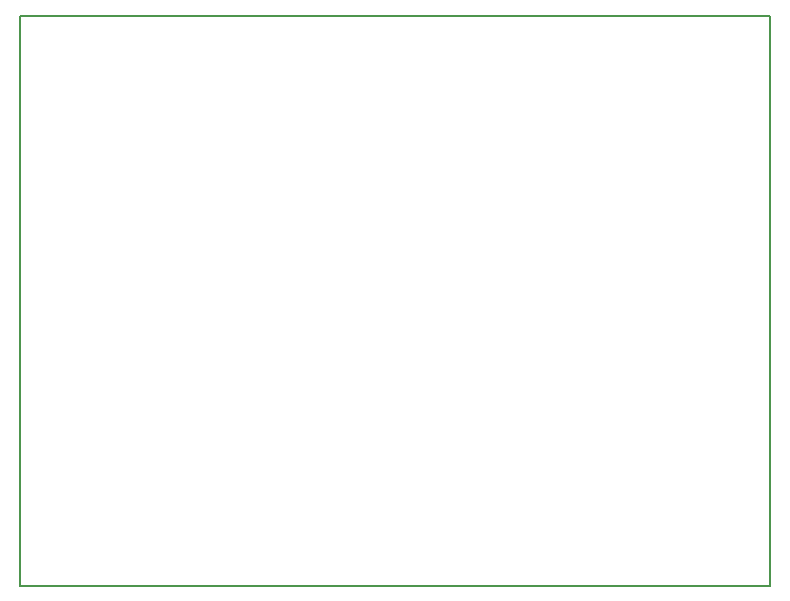
<source format=gbr>
G04 #@! TF.GenerationSoftware,KiCad,Pcbnew,5.0.0-rc2-dev-unknown-5ef715f~63~ubuntu16.04.1*
G04 #@! TF.CreationDate,2018-05-28T16:07:58+01:00*
G04 #@! TF.ProjectId,nano-shield,6E616E6F2D736869656C642E6B696361,rev?*
G04 #@! TF.SameCoordinates,Original*
G04 #@! TF.FileFunction,Profile,NP*
%FSLAX46Y46*%
G04 Gerber Fmt 4.6, Leading zero omitted, Abs format (unit mm)*
G04 Created by KiCad (PCBNEW 5.0.0-rc2-dev-unknown-5ef715f~63~ubuntu16.04.1) date Mon May 28 16:07:58 2018*
%MOMM*%
%LPD*%
G01*
G04 APERTURE LIST*
%ADD10C,0.200000*%
G04 APERTURE END LIST*
D10*
X35560000Y-76200000D02*
X45720000Y-76200000D01*
X35560000Y-27940000D02*
X35560000Y-76200000D01*
X45720000Y-27940000D02*
X35560000Y-27940000D01*
X99060000Y-76200000D02*
X45720000Y-76200000D01*
X99060000Y-27940000D02*
X99060000Y-76200000D01*
X45720000Y-27940000D02*
X99060000Y-27940000D01*
M02*

</source>
